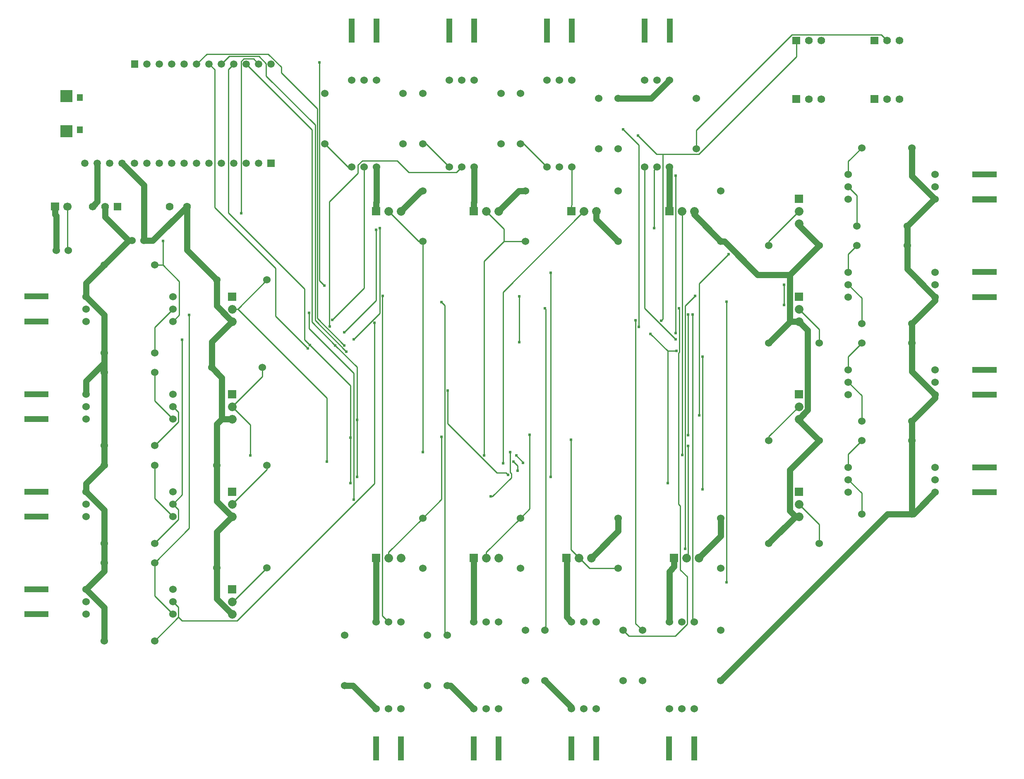
<source format=gbl>
G04 Layer: BottomLayer*
G04 EasyEDA v6.4.17, 2021-03-30T17:38:57--4:00*
G04 bfce05913f904539a0b1be1992e61c7c,10*
G04 Gerber Generator version 0.2*
G04 Scale: 100 percent, Rotated: No, Reflected: No *
G04 Dimensions in millimeters *
G04 leading zeros omitted , absolute positions ,4 integer and 5 decimal *
%FSLAX45Y45*%
%MOMM*%

%ADD11C,1.2700*%
%ADD12C,0.2600*%
%ADD16C,0.6100*%
%ADD21R,1.2000X5.0000*%
%ADD22R,5.0000X1.2000*%
%ADD23R,1.8000X1.8000*%
%ADD24R,1.4986X1.4986*%
%ADD25C,1.4986*%
%ADD27R,1.1989X1.4402*%
%ADD28C,1.5240*%
%ADD30C,1.7000*%
%ADD31C,1.5748*%
%ADD32R,1.5748X1.5748*%
%ADD33C,1.6000*%
%ADD34C,1.8000*%

%LPD*%
D12*
X2899918Y-15500095D02*
G01*
X2284984Y-16115029D01*
X2284984Y-16200120D01*
X4184904Y-13800074D02*
G01*
X4184904Y-13273786D01*
X3911091Y-12999974D01*
X2596134Y-12999974D02*
G01*
X2596134Y-13419074D01*
X4085081Y-11800078D02*
G01*
X4085081Y-11173968D01*
X3911091Y-10999978D01*
X-10284968Y-14800071D02*
G01*
X-10284968Y-15379954D01*
X-9911079Y-15754095D01*
X4085081Y-12200128D02*
G01*
X3911091Y-12373863D01*
X3911091Y-12745974D01*
X4184904Y-14200124D02*
G01*
X3911091Y-14473936D01*
X3911091Y-14745970D01*
D11*
X-11314937Y-14800071D02*
G01*
X-11314937Y-14626336D01*
X-11315192Y-14626336D01*
X-11315192Y-14626336D02*
G01*
X-11341354Y-14626336D01*
X-11689079Y-14974062D01*
X-11689079Y-15246095D01*
X-11314937Y-18299938D02*
G01*
X-11314937Y-18699988D01*
X-11689079Y-19246088D02*
G01*
X-11314937Y-18871945D01*
X-11314937Y-18699988D01*
X-11314937Y-20299934D02*
G01*
X-11314937Y-19619975D01*
X-11689079Y-19246088D01*
X-2299970Y-21115020D02*
G01*
X-1754123Y-21660866D01*
X-1754123Y-21689059D01*
X-4299965Y-21215095D02*
G01*
X-4228084Y-21215095D01*
X-3754120Y-21689059D01*
X-6400037Y-21215095D02*
G01*
X-6228079Y-21215095D01*
X-5754115Y-21689059D01*
X5115052Y-12200128D02*
G01*
X5115052Y-11800078D01*
X5115052Y-11800078D02*
G01*
X5675122Y-11240008D01*
X5215127Y-10200131D02*
G01*
X5215127Y-10780013D01*
X5675122Y-11240008D01*
X5675122Y-11240008D02*
G01*
X5689091Y-11253978D01*
X5215127Y-17699990D02*
G01*
X5243068Y-17699990D01*
X5689091Y-17253966D01*
X-11315192Y-12599924D02*
G01*
X-11689079Y-12973812D01*
X-11689079Y-13246100D01*
X-11553952Y-11400028D02*
G01*
X-11455400Y-11301476D01*
X-11455400Y-10516108D01*
X5215127Y-13800074D02*
G01*
X5689091Y-13325855D01*
X5689091Y-13253974D01*
X5689091Y-13253974D02*
G01*
X5115052Y-12679934D01*
X5115052Y-12200128D01*
X-10815065Y-12100052D02*
G01*
X-11299952Y-11615165D01*
X-11299952Y-11400028D01*
X-10750042Y-12100052D02*
G01*
X-10815065Y-12100052D01*
X-10815065Y-12100052D02*
G01*
X-11315192Y-12599924D01*
X5215127Y-15800070D02*
G01*
X5215127Y-16200120D01*
X5215127Y-13800074D02*
G01*
X5215127Y-14200124D01*
X5215127Y-15800070D02*
G01*
X5689091Y-15325852D01*
X5689091Y-15253970D01*
X5215127Y-14200124D02*
G01*
X5215127Y-14780005D01*
X5689091Y-15253970D01*
X-800100Y-9184894D02*
G01*
X-119887Y-9184894D01*
X254000Y-8811005D01*
X5215127Y-16200120D02*
G01*
X5215127Y-17699990D01*
X5215127Y-17699990D02*
G01*
X4715002Y-17699990D01*
X1299971Y-21115020D01*
X-11314937Y-16699992D02*
G01*
X-11689079Y-17074134D01*
X-11689079Y-17246091D01*
X-11689079Y-17246091D02*
G01*
X-11314937Y-17620234D01*
X-11314937Y-18299938D01*
X-11315192Y-14626336D02*
G01*
X-11315192Y-14400021D01*
X-11315192Y-14400021D02*
G01*
X-11315192Y-13619987D01*
X-11689079Y-13246100D01*
X-11314937Y-16699992D02*
G01*
X-11314937Y-16299942D01*
X-11314937Y-16299942D02*
G01*
X-11314937Y-14800071D01*
X-1754123Y-19911059D02*
G01*
X-1853945Y-19811238D01*
X-1853945Y-18599911D01*
X-5754115Y-19911059D02*
G01*
X-5754115Y-18778727D01*
X-5753862Y-18778474D01*
X-5753862Y-18599911D02*
G01*
X-5753862Y-18778474D01*
X246126Y-19911059D02*
G01*
X246126Y-18878295D01*
X345947Y-18778474D01*
X345947Y-18599911D02*
G01*
X345947Y-18778474D01*
D12*
X3314954Y-18299938D02*
G01*
X3314954Y-17915127D01*
X2899918Y-17500091D01*
X-7984997Y-16699992D02*
G01*
X-7984997Y-16785081D01*
X-8700008Y-17500091D01*
D11*
X246126Y-11500104D02*
G01*
X246126Y-11321542D01*
X246126Y-11321542D02*
G01*
X246126Y-10597134D01*
X254000Y-10589005D01*
X-3754120Y-19911059D02*
G01*
X-3753865Y-19911059D01*
X-3753865Y-18599911D01*
X-3745992Y-10589005D02*
G01*
X-3745992Y-11313413D01*
X-3753865Y-11321542D01*
X-3753865Y-11500104D02*
G01*
X-3753865Y-11321542D01*
D12*
X-1745995Y-10589005D02*
G01*
X-1745995Y-11372850D01*
X-1753870Y-11380724D01*
X-1753870Y-11500104D02*
G01*
X-1753870Y-11380724D01*
X-12072874Y-11400028D02*
G01*
X-12072874Y-12277089D01*
X-12050013Y-12299950D01*
X-10284968Y-14400021D02*
G01*
X-10284968Y-13873987D01*
X-9911079Y-13500100D01*
X4184904Y-10200131D02*
G01*
X3911091Y-10473944D01*
X3911091Y-10745978D01*
X-2744723Y-16656050D02*
G01*
X-2744723Y-16641063D01*
X-2885186Y-16500602D01*
X-8084820Y-14699995D02*
G01*
X-8084820Y-14884907D01*
X-8700008Y-15499842D01*
X-8700008Y-15499842D02*
G01*
X-8322563Y-15877286D01*
X-8322563Y-16499331D01*
X3314954Y-14200124D02*
G01*
X3314954Y-13914881D01*
X2899918Y-13500100D01*
X-2827273Y-13236955D02*
G01*
X-2827273Y-14177263D01*
X-10284968Y-12599924D02*
G01*
X-10117328Y-12599924D01*
X-9911079Y-13754100D02*
G01*
X-9781031Y-13624052D01*
X-9781031Y-12936220D01*
X-10117328Y-12599924D01*
X-10117328Y-12599924D02*
G01*
X-10117328Y-12109450D01*
D11*
X-5745987Y-10589005D02*
G01*
X-5745987Y-11313413D01*
X-5753862Y-11321542D01*
X-5753862Y-11500104D02*
G01*
X-5753862Y-11321542D01*
X-9014968Y-12899897D02*
G01*
X-9014968Y-13438886D01*
X-8700008Y-13754100D01*
X-9115044Y-14699995D02*
G01*
X-9115044Y-14168881D01*
X-8700008Y-13754100D01*
X-9014968Y-18799809D02*
G01*
X-9014968Y-18069052D01*
X-8700008Y-17754091D01*
X1299971Y-17785079D02*
G01*
X1299971Y-18153888D01*
X853947Y-18599911D01*
X-800100Y-17785079D02*
G01*
X-800100Y-18054066D01*
X-1345945Y-18599911D01*
X-4800092Y-11085068D02*
G01*
X-4831079Y-11085068D01*
X-5245862Y-11500104D01*
X-2700020Y-11085068D02*
G01*
X-2831084Y-11085068D01*
X-3245865Y-11500104D01*
X-800100Y-12115037D02*
G01*
X-1245870Y-11669013D01*
X-1245870Y-11500104D01*
X1299971Y-12115037D02*
G01*
X754126Y-11568937D01*
X754126Y-11500104D01*
X-9625076Y-11400028D02*
G01*
X-10325100Y-12100052D01*
X-10500105Y-12100052D01*
X-10500105Y-12100052D02*
G01*
X-10500105Y-10963402D01*
X-10947400Y-10516108D01*
X-8908795Y-15753842D02*
G01*
X-8700008Y-15753842D01*
X-8908795Y-15753842D02*
G01*
X-8908795Y-14906244D01*
X-9115044Y-14699995D01*
X2284984Y-14200124D02*
G01*
X2716275Y-13768831D01*
X2716275Y-13754100D01*
X2716275Y-13754100D02*
G01*
X2899918Y-13754100D01*
X3314954Y-12200128D02*
G01*
X2899918Y-11785092D01*
X2899918Y-11754104D01*
X-8700008Y-19753834D02*
G01*
X-9014968Y-19438874D01*
X-9014968Y-18799809D01*
X2284984Y-18299938D02*
G01*
X2831084Y-17754091D01*
X2831084Y-17754091D02*
G01*
X2899918Y-17754091D01*
X3314954Y-16200120D02*
G01*
X2899918Y-15785084D01*
X2899918Y-15754095D01*
X3314954Y-16200120D02*
G01*
X2716529Y-16798544D01*
X2716529Y-17639538D01*
X2831084Y-17754091D01*
X-8908795Y-15753842D02*
G01*
X-9014968Y-15860268D01*
X-9014968Y-16699992D01*
X-9014968Y-16699992D02*
G01*
X-9014968Y-17438877D01*
X-8700008Y-17754091D01*
X-9625076Y-11400028D02*
G01*
X-9625076Y-12290044D01*
X-9014968Y-12899897D01*
X3314954Y-12200128D02*
G01*
X2716275Y-12798805D01*
X2716275Y-12798805D02*
G01*
X2716275Y-13754100D01*
X1299971Y-12115037D02*
G01*
X1373123Y-12115037D01*
X2056891Y-12798805D01*
X2716275Y-12798805D01*
X2899918Y-15754095D02*
G01*
X3081020Y-15572994D01*
X3081020Y-13935202D01*
X2899918Y-13754100D01*
X-12326874Y-11567413D02*
G01*
X-12299950Y-11594084D01*
X-12299950Y-12299950D01*
X-12326874Y-11400028D02*
G01*
X-12326874Y-11567413D01*
D12*
X-8153400Y-8484108D02*
G01*
X-8262620Y-8374634D01*
X-8460739Y-8374634D01*
X-8516874Y-8430768D01*
X-8516874Y-11538965D01*
X-5999987Y-10589005D02*
G01*
X-5999987Y-13074395D01*
X-6653784Y-13727937D01*
X-254000Y-10589005D02*
G01*
X-254000Y-13487400D01*
X380492Y-14121892D01*
X-5500115Y-19911059D02*
G01*
X-5625845Y-19785329D01*
X-5625845Y-13239495D01*
X-5614923Y-13228574D01*
X-10284968Y-16299942D02*
G01*
X-9799574Y-15814547D01*
X-9799574Y-15611347D01*
X-9911079Y-15500095D01*
X-4800092Y-10115042D02*
G01*
X-4727955Y-10115042D01*
X-4253992Y-10589005D01*
X-696468Y-9822942D02*
G01*
X-380745Y-10138663D01*
X-380745Y-13863574D01*
X-10284968Y-18299938D02*
G01*
X-9799574Y-17814798D01*
X-9799574Y-17611598D01*
X-9911079Y-17500091D01*
X-9911079Y-17500091D02*
G01*
X-9719818Y-17308829D01*
X-9719818Y-14133068D01*
X-10284968Y-20299934D02*
G01*
X-9799574Y-19814540D01*
X-9799574Y-19814540D02*
G01*
X-9799574Y-19611340D01*
X-9911079Y-19500088D01*
X-5785612Y-13779245D02*
G01*
X-5785612Y-17074641D01*
X-8600694Y-19889724D01*
X-9724389Y-19889724D01*
X-9799574Y-19814540D01*
X-6403339Y-14244574D02*
G01*
X-6959345Y-13688568D01*
X-6959345Y-9394189D01*
X-7695437Y-8658097D01*
X-7695437Y-8539987D01*
X-7959852Y-8275828D01*
X-9215120Y-8275828D01*
X-9423400Y-8484108D01*
X923544Y-14479270D02*
G01*
X923544Y-17198593D01*
X-9169400Y-8484108D02*
G01*
X-9057639Y-8595868D01*
X-9057639Y-11416792D01*
X-7806944Y-12667742D01*
X-7806944Y-13651484D01*
X-7150354Y-14308074D01*
X-4287265Y-15170912D02*
G01*
X-4287265Y-15849092D01*
X-3283457Y-16852900D01*
X-3092450Y-16852900D01*
X-3092450Y-16852900D01*
X-3048000Y-16897350D01*
X-6361937Y-14371574D02*
G01*
X-7001510Y-13731747D01*
X-7001510Y-9730231D01*
X-8005318Y-8726678D01*
X-8005318Y-8472424D01*
X-8151621Y-8326120D01*
X-8757665Y-8326120D01*
X-8915400Y-8484108D01*
X397255Y-14360144D02*
G01*
X214629Y-14360144D01*
X214629Y-14360144D02*
G01*
X-136652Y-14008862D01*
X214629Y-14360144D02*
G01*
X214629Y-17071593D01*
X-8661400Y-8484108D02*
G01*
X-8772652Y-8595105D01*
X-8772652Y-11533124D01*
X-7219950Y-13085826D01*
X-7219950Y-14128750D01*
X-7106158Y-14242287D01*
X-7106158Y-14242287D02*
G01*
X-6274562Y-15074137D01*
X-6274562Y-16138652D01*
X-6274562Y-16138652D02*
G01*
X-6274562Y-17064227D01*
X-6142736Y-16944594D02*
G01*
X-6142736Y-15769081D01*
X-6142736Y-15769081D02*
G01*
X-6142736Y-14689074D01*
X-6587236Y-14244574D01*
X-8407400Y-8484108D02*
G01*
X-7064755Y-9826752D01*
X-7064755Y-13767054D01*
X-6587236Y-14244574D01*
X800100Y-10215118D02*
G01*
X800100Y-9838181D01*
X2757424Y-7880858D01*
X4580890Y-7880858D01*
X4700015Y-7999984D01*
X0Y-10589005D02*
G01*
X-66039Y-10655045D01*
X-66039Y-11840210D01*
X-5679186Y-11840210D02*
G01*
X-5679186Y-13585697D01*
X-6210807Y-14117574D01*
X599947Y-18599911D02*
G01*
X635000Y-18564859D01*
X635000Y-16309594D01*
X1414271Y-19097752D02*
G01*
X1414271Y-13353542D01*
X754126Y-19911059D02*
G01*
X720852Y-19877786D01*
X720852Y-13609574D01*
X-6700520Y-13862812D02*
G01*
X-6713473Y-13849857D01*
X-6713473Y-11302492D01*
X-6126987Y-10716005D01*
X-6126987Y-10552176D01*
X-6035547Y-10460736D01*
X-5323078Y-10460736D01*
X-5082794Y-10701020D01*
X-4112005Y-10701020D01*
X-3999992Y-10589005D01*
X-2299970Y-13482574D02*
G01*
X-2282189Y-13500354D01*
X-2282189Y-20067270D01*
X-2299970Y-20085050D01*
X570992Y-18411443D02*
G01*
X570992Y-13436345D01*
X778763Y-13228574D01*
X-2800095Y-10115042D02*
G01*
X-2727960Y-10115042D01*
X-2253995Y-10589005D01*
X377444Y-10770870D02*
G01*
X377444Y-13990574D01*
X-800100Y-18815050D02*
G01*
X-1385062Y-18815050D01*
X-1599945Y-18599911D01*
X-1599945Y-18599911D02*
G01*
X-1766315Y-18433795D01*
X-1766315Y-16182594D01*
X-2700020Y-12115037D02*
G01*
X-3138931Y-12115037D01*
X-3499865Y-11500104D02*
G01*
X-3138931Y-11861037D01*
X-3138931Y-12115037D01*
X-3544570Y-16502126D02*
G01*
X-3544570Y-12520676D01*
X-3138931Y-12115037D01*
X-6800087Y-10115042D02*
G01*
X-6325870Y-10589005D01*
X-6253987Y-10589005D01*
X112013Y-10325608D02*
G01*
X112013Y-13704570D01*
X80010Y-13736574D01*
X-391921Y-9947402D02*
G01*
X-13715Y-10325608D01*
X112013Y-10325608D01*
X112013Y-10325608D02*
G01*
X850392Y-10325608D01*
X2846070Y-8330184D01*
X2846070Y-7999984D01*
X2899918Y-11500104D02*
G01*
X2284984Y-12115037D01*
X2284984Y-12200128D01*
X1463802Y-12374118D02*
G01*
X855979Y-12982194D01*
X855979Y-15677387D01*
X-8584945Y-13500100D02*
G01*
X-6757162Y-15327884D01*
X-6757162Y-16629379D01*
X-7984997Y-12899897D02*
G01*
X-8584945Y-13500100D01*
X-8584945Y-13500100D02*
G01*
X-8700008Y-13500100D01*
X-2938526Y-16629379D02*
G01*
X-2858770Y-16709389D01*
X-2858770Y-16817594D01*
X-10284968Y-16699992D02*
G01*
X-10284968Y-17380204D01*
X-9911079Y-17754091D01*
X3911091Y-16745966D02*
G01*
X3911091Y-16473931D01*
X4184904Y-16200120D01*
X633476Y-16085820D02*
G01*
X633476Y-13609574D01*
X-10284968Y-18699988D02*
G01*
X-10284968Y-19379945D01*
X-9911079Y-19754088D01*
X-10284968Y-18699988D02*
G01*
X-9576054Y-17991074D01*
X-9576054Y-13625829D01*
X4184904Y-17699990D02*
G01*
X4184904Y-17273777D01*
X3911091Y-16999966D01*
X-7128002Y-13576807D02*
G01*
X-7128002Y-13897863D01*
X-6207760Y-14818105D01*
X-6207760Y-17406111D01*
X-8700008Y-19499834D02*
G01*
X-8685021Y-19499834D01*
X-7984997Y-18799809D01*
X-3012947Y-16436594D02*
G01*
X-3012947Y-16847820D01*
X-2988055Y-16872712D01*
X-2988055Y-16955516D01*
X-3370071Y-17337277D01*
X-3404107Y-17337277D01*
X500126Y-11500104D02*
G01*
X508507Y-11508486D01*
X508507Y-16495776D01*
X-6404355Y-13977874D02*
G01*
X-5752084Y-13325602D01*
X-5752084Y-11880087D01*
X-4800092Y-17785079D02*
G01*
X-5499862Y-18485104D01*
X-5499862Y-18599911D01*
X-4411471Y-16119094D02*
G01*
X-4411471Y-17396459D01*
X-4800092Y-17785079D01*
X-6809486Y-13024104D02*
G01*
X-6916928Y-12916662D01*
X-6916928Y-8446515D01*
X-700023Y-20085050D02*
G01*
X-581405Y-20203668D01*
X366268Y-20203668D01*
X611378Y-19958304D01*
X611378Y-18983198D01*
X474218Y-18845784D01*
X474218Y-17537429D01*
X438657Y-17501870D01*
X438657Y-14403324D01*
X456945Y-14384781D01*
X456945Y-13491463D01*
X448055Y-13482574D01*
X-4800092Y-12115037D02*
G01*
X-4884928Y-12115037D01*
X-5499862Y-11500104D01*
X-4800092Y-12115037D02*
G01*
X-4800092Y-16436594D01*
X-2800095Y-17785079D02*
G01*
X-3499865Y-18485104D01*
X-3499865Y-18599911D01*
X-2610865Y-16073628D02*
G01*
X-2610865Y-17595850D01*
X-2800095Y-17785079D01*
X-299973Y-20085050D02*
G01*
X-440436Y-19944334D01*
X-440436Y-13733271D01*
X-3153663Y-16660621D02*
G01*
X-3153663Y-13153644D01*
X-1499870Y-11500104D01*
X-4299965Y-20185125D02*
G01*
X-4347210Y-20137881D01*
X-4347210Y-13425678D01*
X-4417060Y-13355574D01*
X-2176526Y-12755879D02*
G01*
X-2176526Y-16944594D01*
X4184904Y-15800070D02*
G01*
X4184904Y-15273781D01*
X3911091Y-14999970D01*
D21*
G01*
X-5244972Y-22500005D03*
G01*
X-5754979Y-22500005D03*
G01*
X-4255007Y-7800009D03*
G01*
X-3745001Y-7800009D03*
G01*
X-6255004Y-7800009D03*
G01*
X-5744997Y-7800009D03*
G36*
X6449999Y-16684985D02*
G01*
X6949998Y-16684985D01*
X6949998Y-16804985D01*
X6449999Y-16804985D01*
G37*
G36*
X6449999Y-17194992D02*
G01*
X6949998Y-17194992D01*
X6949998Y-17314992D01*
X6449999Y-17314992D01*
G37*
G36*
X6449999Y-14684984D02*
G01*
X6949998Y-14684984D01*
X6949998Y-14804984D01*
X6449999Y-14804984D01*
G37*
G36*
X6449999Y-15194991D02*
G01*
X6949998Y-15194991D01*
X6949998Y-15314990D01*
X6449999Y-15314990D01*
G37*
G36*
X6449999Y-12684983D02*
G01*
X6949998Y-12684983D01*
X6949998Y-12804983D01*
X6449999Y-12804983D01*
G37*
G36*
X6449999Y-13194990D02*
G01*
X6949998Y-13194990D01*
X6949998Y-13314989D01*
X6449999Y-13314989D01*
G37*
G36*
X6449999Y-10684984D02*
G01*
X6949998Y-10684984D01*
X6949998Y-10804984D01*
X6449999Y-10804984D01*
G37*
G36*
X6449999Y-11194991D02*
G01*
X6949998Y-11194991D01*
X6949998Y-11314991D01*
X6449999Y-11314991D01*
G37*
G01*
X-2255012Y-7800009D03*
G01*
X-1745005Y-7800009D03*
G01*
X-255015Y-7800111D03*
G01*
X254990Y-7800111D03*
G01*
X-3245104Y-22500107D03*
G01*
X-3755110Y-22500107D03*
G01*
X-1245107Y-22500107D03*
G01*
X-1755114Y-22500107D03*
G01*
X755014Y-22500005D03*
G01*
X245008Y-22500005D03*
D22*
G01*
X-12699923Y-19755027D03*
G01*
X-12699923Y-19245021D03*
G01*
X-12700000Y-17755133D03*
G01*
X-12700000Y-17245126D03*
G01*
X-12699923Y-15755035D03*
G01*
X-12699923Y-15245029D03*
G01*
X-12700000Y-13755141D03*
G01*
X-12700000Y-13245134D03*
D23*
G01*
X-1753996Y-11500002D03*
G01*
X-5753988Y-11500002D03*
G01*
X-3753993Y-11500002D03*
G01*
X-3753993Y-18599988D03*
G01*
X245998Y-11500002D03*
G01*
X-8700008Y-17245990D03*
D24*
G01*
X-7899450Y-10516006D03*
D25*
G01*
X-8153450Y-10516006D03*
G01*
X-8407450Y-10516006D03*
G01*
X-8661450Y-10516006D03*
G01*
X-8915450Y-10516006D03*
G01*
X-9169450Y-10516006D03*
G01*
X-9423450Y-10516006D03*
G01*
X-9677450Y-10516006D03*
G01*
X-9931450Y-10516006D03*
G01*
X-10185450Y-10516006D03*
G01*
X-10439450Y-10516006D03*
G01*
X-10693450Y-10516006D03*
G01*
X-10947450Y-10516006D03*
G01*
X-11201450Y-10516006D03*
G01*
X-11455450Y-10516006D03*
G01*
X-11709450Y-10516006D03*
G01*
X-7899450Y-8484006D03*
G01*
X-8153450Y-8484006D03*
G01*
X-8407450Y-8484006D03*
G01*
X-8661450Y-8484006D03*
G01*
X-8915450Y-8484006D03*
G01*
X-9169450Y-8484006D03*
G01*
X-9423450Y-8484006D03*
G01*
X-9677450Y-8484006D03*
G01*
X-9931450Y-8484006D03*
G01*
X-10185450Y-8484006D03*
G01*
X-10439450Y-8484006D03*
G36*
X-10768388Y-8409068D02*
G01*
X-10618528Y-8409068D01*
X-10618528Y-8558928D01*
X-10768388Y-8558928D01*
G37*
G36*
X-12215426Y-9735710D02*
G01*
X-11965490Y-9735710D01*
X-11965490Y-9985646D01*
X-12215426Y-9985646D01*
G37*
G36*
X-12215426Y-9014350D02*
G01*
X-11965490Y-9014350D01*
X-11965490Y-9264286D01*
X-12215426Y-9264286D01*
G37*
D27*
G01*
X-11811050Y-9169806D03*
G01*
X-11811050Y-9830206D03*
D23*
G01*
X2899994Y-17245990D03*
G01*
X-8700008Y-13245998D03*
G01*
X345998Y-18599988D03*
G01*
X-5753988Y-18599988D03*
G01*
X2900019Y-13245998D03*
G01*
X-8699931Y-19245910D03*
G01*
X-1853996Y-18599988D03*
G01*
X2899994Y-15245994D03*
G01*
X2900019Y-11246002D03*
G01*
X-8699931Y-15245918D03*
D28*
G01*
X-11689003Y-19246011D03*
G01*
X-11689003Y-19500011D03*
G01*
X-11689003Y-19754011D03*
G01*
X-9911003Y-19246011D03*
G01*
X-9911003Y-19500011D03*
G01*
X-9911003Y-19754011D03*
G01*
X-11689003Y-15245994D03*
G01*
X-11689003Y-15499994D03*
G01*
X-11689003Y-15753994D03*
G01*
X-9911003Y-15245994D03*
G01*
X-9911003Y-15499994D03*
G01*
X-9911003Y-15753994D03*
G01*
X-5754115Y-21689059D03*
G01*
X-5500115Y-21689059D03*
G01*
X-5246115Y-21689059D03*
G01*
X-5754115Y-19911059D03*
G01*
X-5500115Y-19911059D03*
G01*
X-5246115Y-19911059D03*
G01*
X254000Y-8811005D03*
G01*
X0Y-8811005D03*
G01*
X-254000Y-8811005D03*
G01*
X254000Y-10589005D03*
G01*
X0Y-10589005D03*
G01*
X-254000Y-10589005D03*
G01*
X-11689079Y-17246091D03*
G01*
X-11689079Y-17500091D03*
G01*
X-11689079Y-17754091D03*
G01*
X-9911079Y-17246091D03*
G01*
X-9911079Y-17500091D03*
G01*
X-9911079Y-17754091D03*
G01*
X-3754120Y-21689059D03*
G01*
X-3500120Y-21689059D03*
G01*
X-3246120Y-21689059D03*
G01*
X-3754120Y-19911059D03*
G01*
X-3500120Y-19911059D03*
G01*
X-3246120Y-19911059D03*
G01*
X-1754123Y-21689059D03*
G01*
X-1500123Y-21689059D03*
G01*
X-1246123Y-21689059D03*
G01*
X-1754123Y-19911059D03*
G01*
X-1500123Y-19911059D03*
G01*
X-1246123Y-19911059D03*
G01*
X5689091Y-17253966D03*
G01*
X5689091Y-16999966D03*
G01*
X5689091Y-16745966D03*
G01*
X3911091Y-17253966D03*
G01*
X3911091Y-16999966D03*
G01*
X3911091Y-16745966D03*
G01*
X-1745995Y-8811005D03*
G01*
X-1999995Y-8811005D03*
G01*
X-2253995Y-8811005D03*
G01*
X-1745995Y-10589005D03*
G01*
X-1999995Y-10589005D03*
G01*
X-2253995Y-10589005D03*
G01*
X5689091Y-11253978D03*
G01*
X5689091Y-10999978D03*
G01*
X5689091Y-10745978D03*
G01*
X3911091Y-11253978D03*
G01*
X3911091Y-10999978D03*
G01*
X3911091Y-10745978D03*
G01*
X5689091Y-15253970D03*
G01*
X5689091Y-14999970D03*
G01*
X5689091Y-14745970D03*
G01*
X3911091Y-15253970D03*
G01*
X3911091Y-14999970D03*
G01*
X3911091Y-14745970D03*
G01*
X-11689079Y-13246100D03*
G01*
X-11689079Y-13500100D03*
G01*
X-11689079Y-13754100D03*
G01*
X-9911079Y-13246100D03*
G01*
X-9911079Y-13500100D03*
G01*
X-9911079Y-13754100D03*
G01*
X5689091Y-13253974D03*
G01*
X5689091Y-12999974D03*
G01*
X5689091Y-12745974D03*
G01*
X3911091Y-13253974D03*
G01*
X3911091Y-12999974D03*
G01*
X3911091Y-12745974D03*
G01*
X-5745987Y-8811005D03*
G01*
X-5999987Y-8811005D03*
G01*
X-6253987Y-8811005D03*
G01*
X-5745987Y-10589005D03*
G01*
X-5999987Y-10589005D03*
G01*
X-6253987Y-10589005D03*
G01*
X-3745992Y-8811005D03*
G01*
X-3999992Y-8811005D03*
G01*
X-4253992Y-8811005D03*
G01*
X-3745992Y-10589005D03*
G01*
X-3999992Y-10589005D03*
G01*
X-4253992Y-10589005D03*
G01*
X246126Y-21689059D03*
G01*
X500126Y-21689059D03*
G01*
X754126Y-21689059D03*
G01*
X246126Y-19911059D03*
G01*
X500126Y-19911059D03*
G01*
X754126Y-19911059D03*
G01*
X-12050013Y-12300000D03*
G01*
X-12300000Y-12300000D03*
G01*
X-10749991Y-12100001D03*
G01*
X-10500004Y-12100001D03*
G36*
X-12411872Y-11321287D02*
G01*
X-12241872Y-11321287D01*
X-12241872Y-11478768D01*
X-12411872Y-11478768D01*
G37*
D30*
G01*
X-12072874Y-11400028D03*
D31*
G01*
X-11553952Y-11400028D03*
G01*
X-11299952Y-11400028D03*
D32*
G01*
X-11045952Y-11400028D03*
D31*
G01*
X3354070Y-7999984D03*
G01*
X3100070Y-7999984D03*
G36*
X2767329Y-7921244D02*
G01*
X2924809Y-7921244D01*
X2924809Y-8078723D01*
X2767329Y-8078723D01*
G37*
G01*
X3354070Y-9199879D03*
G01*
X3100070Y-9199879D03*
G36*
X2767329Y-9121139D02*
G01*
X2924809Y-9121139D01*
X2924809Y-9278620D01*
X2767329Y-9278620D01*
G37*
G01*
X4954015Y-9199879D03*
G01*
X4700015Y-9199879D03*
G36*
X4367275Y-9121139D02*
G01*
X4524756Y-9121139D01*
X4524756Y-9278620D01*
X4367275Y-9278620D01*
G37*
G01*
X4954015Y-7999984D03*
G01*
X4700015Y-7999984D03*
G36*
X4367275Y-7921244D02*
G01*
X4524756Y-7921244D01*
X4524756Y-8078723D01*
X4367275Y-8078723D01*
G37*
D33*
G01*
X-9624999Y-11400002D03*
G01*
X-9975011Y-11400002D03*
D28*
G01*
X1299997Y-12115012D03*
G01*
X1299997Y-11084991D03*
G01*
X-799998Y-12115012D03*
G01*
X-799998Y-11084991D03*
G01*
X-2699994Y-11084991D03*
G01*
X-2699994Y-12115012D03*
G01*
X-4799990Y-11084991D03*
G01*
X-4799990Y-12115012D03*
G01*
X2284984Y-18300014D03*
G01*
X3315004Y-18300014D03*
G01*
X3315004Y-16199993D03*
G01*
X2284984Y-16199993D03*
G01*
X2284984Y-14199996D03*
G01*
X3315004Y-14199996D03*
G01*
X3315004Y-12200001D03*
G01*
X2284984Y-12200001D03*
G01*
X-4799990Y-18814999D03*
G01*
X-4799990Y-17785003D03*
G01*
X-2799994Y-18814999D03*
G01*
X-2799994Y-17785003D03*
G01*
X-799998Y-17785003D03*
G01*
X-799998Y-18814999D03*
G01*
X1299997Y-17785003D03*
G01*
X1299997Y-18814999D03*
G01*
X-9014942Y-18799911D03*
G01*
X-7984921Y-18799911D03*
G01*
X-9015018Y-16699992D03*
G01*
X-7984997Y-16699992D03*
G01*
X-9114942Y-14699919D03*
G01*
X-8084921Y-14699919D03*
G01*
X-9015018Y-12899999D03*
G01*
X-7984997Y-12899999D03*
G01*
X-11315090Y-12599924D03*
G01*
X-10285069Y-12599924D03*
G01*
X799998Y-9184995D03*
G01*
X799998Y-10215016D03*
G01*
X-799998Y-9184995D03*
G01*
X-799998Y-10215016D03*
G01*
X-1199997Y-9184995D03*
G01*
X-1199997Y-10215016D03*
G01*
X-2799994Y-9084995D03*
G01*
X-2799994Y-10115016D03*
G01*
X-3199993Y-9084995D03*
G01*
X-3199993Y-10115016D03*
G01*
X-4799990Y-9084995D03*
G01*
X-4799990Y-10115016D03*
G01*
X-5199989Y-9084995D03*
G01*
X-5199989Y-10115016D03*
G01*
X-6799986Y-9084995D03*
G01*
X-6799986Y-10115016D03*
G01*
X5215000Y-17699990D03*
G01*
X4184980Y-17699990D03*
G01*
X5215000Y-16199993D03*
G01*
X4184980Y-16199993D03*
G01*
X5215000Y-15799993D03*
G01*
X4184980Y-15799993D03*
G01*
X5215000Y-14199996D03*
G01*
X4184980Y-14199996D03*
G01*
X5215000Y-13799997D03*
G01*
X4184980Y-13799997D03*
G01*
X5115001Y-12200001D03*
G01*
X4084980Y-12200001D03*
G01*
X5115001Y-11800001D03*
G01*
X4084980Y-11800001D03*
G01*
X5215000Y-10200004D03*
G01*
X4184980Y-10200004D03*
G01*
X-6399987Y-21215019D03*
G01*
X-6399987Y-20184999D03*
G01*
X-4699990Y-21215019D03*
G01*
X-4699990Y-20184999D03*
G01*
X-4299991Y-21215019D03*
G01*
X-4299991Y-20184999D03*
G01*
X-2699994Y-21115020D03*
G01*
X-2699994Y-20084999D03*
G01*
X-2299995Y-21115020D03*
G01*
X-2299995Y-20084999D03*
G01*
X-699998Y-21115020D03*
G01*
X-699998Y-20084999D03*
G01*
X-299999Y-21115020D03*
G01*
X-299999Y-20084999D03*
G01*
X1299997Y-21115020D03*
G01*
X1299997Y-20084999D03*
G01*
X-11315014Y-20300010D03*
G01*
X-10284993Y-20300010D03*
G01*
X-11315014Y-18700013D03*
G01*
X-10284993Y-18700013D03*
G01*
X-11315014Y-18300014D03*
G01*
X-10284993Y-18300014D03*
G01*
X-11315014Y-16699992D03*
G01*
X-10284993Y-16699992D03*
G01*
X-11315014Y-16299992D03*
G01*
X-10284993Y-16299992D03*
G01*
X-11315014Y-14799995D03*
G01*
X-10284993Y-14799995D03*
G01*
X-11315090Y-14400021D03*
G01*
X-10285069Y-14400021D03*
D16*
G01*
X2596134Y-12999974D03*
G01*
X2596134Y-13419074D03*
G01*
X-8322563Y-16499331D03*
G01*
X-2885186Y-16500602D03*
G01*
X-2744723Y-16656050D03*
G01*
X-10117328Y-12109450D03*
G01*
X-2827273Y-13236955D03*
G01*
X-2827273Y-14177263D03*
G01*
X-8516874Y-11538965D03*
G01*
X-6653784Y-13727937D03*
G01*
X380492Y-14121892D03*
G01*
X-5614923Y-13228574D03*
G01*
X-696468Y-9822942D03*
G01*
X-380745Y-13863574D03*
G01*
X-9719818Y-14133068D03*
G01*
X-5785612Y-13779245D03*
G01*
X-6403339Y-14244574D03*
G01*
X923544Y-17198593D03*
G01*
X923544Y-14479270D03*
G01*
X-7150354Y-14308074D03*
G01*
X-3048000Y-16897350D03*
G01*
X-4287265Y-15170912D03*
G01*
X-6361937Y-14371574D03*
G01*
X-136652Y-14008862D03*
G01*
X397255Y-14360144D03*
G01*
X214629Y-17071593D03*
G01*
X-7106158Y-14242287D03*
G01*
X-6274562Y-17064227D03*
G01*
X-6274562Y-16138652D03*
G01*
X-6142736Y-16944594D03*
G01*
X-6142736Y-15769081D03*
G01*
X-6587236Y-14244574D03*
G01*
X-66039Y-11840210D03*
G01*
X-5679186Y-11840210D03*
G01*
X-6210807Y-14117574D03*
G01*
X635000Y-16309594D03*
G01*
X1414271Y-13353542D03*
G01*
X1414271Y-19097752D03*
G01*
X720852Y-13609574D03*
G01*
X-6700520Y-13862812D03*
G01*
X-2299970Y-13482574D03*
G01*
X570992Y-18411443D03*
G01*
X778763Y-13228574D03*
G01*
X377444Y-10770870D03*
G01*
X377444Y-13990574D03*
G01*
X-1766315Y-16182594D03*
G01*
X-3544570Y-16502126D03*
G01*
X-391921Y-9947402D03*
G01*
X80010Y-13736574D03*
G01*
X1463802Y-12374118D03*
G01*
X855979Y-15677387D03*
G01*
X-2858770Y-16817594D03*
G01*
X-2938526Y-16629379D03*
G01*
X-6757162Y-16629379D03*
G01*
X633476Y-16085820D03*
G01*
X633476Y-13609574D03*
G01*
X-9576054Y-13625829D03*
G01*
X-6207760Y-17406111D03*
G01*
X-7128002Y-13576807D03*
G01*
X-3012947Y-16436594D03*
G01*
X-3404107Y-17337277D03*
G01*
X508507Y-16495776D03*
G01*
X-5752084Y-11880087D03*
G01*
X-6404355Y-13977874D03*
G01*
X-4411471Y-16119094D03*
G01*
X-6916928Y-8446515D03*
G01*
X-6809486Y-13024104D03*
G01*
X448055Y-13482574D03*
G01*
X-4800092Y-16436594D03*
G01*
X-2610865Y-16073628D03*
G01*
X-440436Y-13733271D03*
G01*
X-3153663Y-16660621D03*
G01*
X-4417060Y-13355574D03*
G01*
X-2176526Y-16944594D03*
G01*
X-2176526Y-12755879D03*
D34*
X-1245996Y-11500002D02*
G01*
X-1245996Y-11500002D01*
X-1499996Y-11500002D02*
G01*
X-1499996Y-11500002D01*
X-5245988Y-11500002D02*
G01*
X-5245988Y-11500002D01*
X-5499988Y-11500002D02*
G01*
X-5499988Y-11500002D01*
X-3245993Y-11500002D02*
G01*
X-3245993Y-11500002D01*
X-3499993Y-11500002D02*
G01*
X-3499993Y-11500002D01*
X-3245993Y-18599988D02*
G01*
X-3245993Y-18599988D01*
X-3499993Y-18599988D02*
G01*
X-3499993Y-18599988D01*
X753998Y-11500002D02*
G01*
X753998Y-11500002D01*
X499998Y-11500002D02*
G01*
X499998Y-11500002D01*
X-8700008Y-17753990D02*
G01*
X-8700008Y-17753990D01*
X-8700008Y-17499990D02*
G01*
X-8700008Y-17499990D01*
X2899994Y-17753990D02*
G01*
X2899994Y-17753990D01*
X2899994Y-17499990D02*
G01*
X2899994Y-17499990D01*
X-8700008Y-13753998D02*
G01*
X-8700008Y-13753998D01*
X-8700008Y-13499998D02*
G01*
X-8700008Y-13499998D01*
X853998Y-18599988D02*
G01*
X853998Y-18599988D01*
X599998Y-18599988D02*
G01*
X599998Y-18599988D01*
X-5245988Y-18599988D02*
G01*
X-5245988Y-18599988D01*
X-5499988Y-18599988D02*
G01*
X-5499988Y-18599988D01*
X2900019Y-13753998D02*
G01*
X2900019Y-13753998D01*
X2900019Y-13499998D02*
G01*
X2900019Y-13499998D01*
X-8699931Y-19753910D02*
G01*
X-8699931Y-19753910D01*
X-8699931Y-19499910D02*
G01*
X-8699931Y-19499910D01*
X-1345996Y-18599988D02*
G01*
X-1345996Y-18599988D01*
X-1599996Y-18599988D02*
G01*
X-1599996Y-18599988D01*
X2899994Y-15753994D02*
G01*
X2899994Y-15753994D01*
X2899994Y-15499994D02*
G01*
X2899994Y-15499994D01*
X2900019Y-11754002D02*
G01*
X2900019Y-11754002D01*
X2900019Y-11500002D02*
G01*
X2900019Y-11500002D01*
X-8699931Y-15753918D02*
G01*
X-8699931Y-15753918D01*
X-8699931Y-15499918D02*
G01*
X-8699931Y-15499918D01*
M02*

</source>
